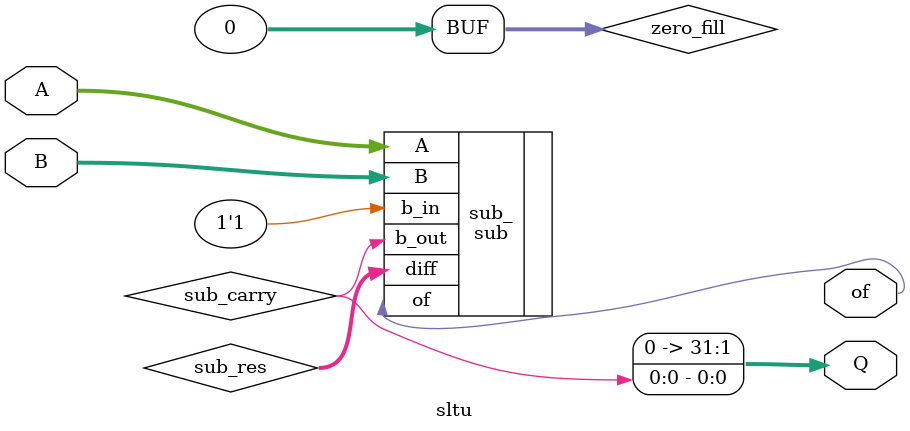
<source format=v>

module sltu (A, B, Q, of);
    input [31:0] A, B;
    output wire [31:0] Q;
    output wire of;

    wire [31:0] zero_fill;
    wire [31:0] sub_res;
    wire sub_carry;
    wire sub_of;

    assign zero_fill = 32'h00000000;

    assign Q[31:1] = zero_fill[30:0];

    sub sub_(.A(A), .B(B), .b_in(1'b1), .diff(sub_res), .b_out(sub_carry), .of(of));

    assign Q[0] = sub_carry;

endmodule
</source>
